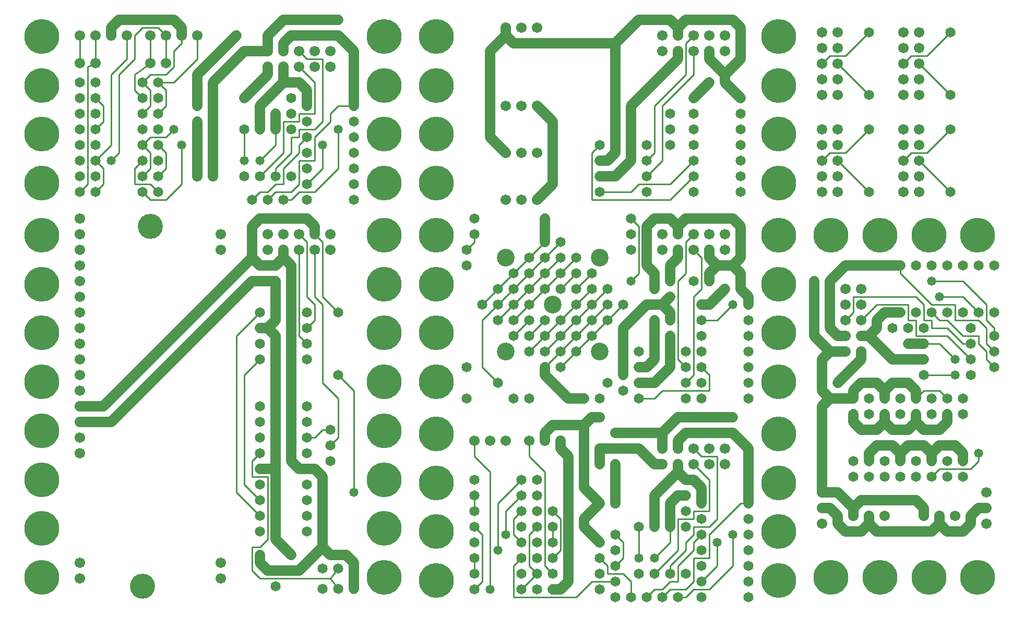
<source format=gbl>
%MOIN*%
%FSLAX25Y25*%
G04 D10 used for Character Trace; *
G04     Circle (OD=.01000) (No hole)*
G04 D11 used for Power Trace; *
G04     Circle (OD=.06500) (No hole)*
G04 D12 used for Signal Trace; *
G04     Circle (OD=.01100) (No hole)*
G04 D13 used for Via; *
G04     Circle (OD=.05800) (Round. Hole ID=.02800)*
G04 D14 used for Component hole; *
G04     Circle (OD=.06500) (Round. Hole ID=.03500)*
G04 D15 used for Component hole; *
G04     Circle (OD=.06700) (Round. Hole ID=.04300)*
G04 D16 used for Component hole; *
G04     Circle (OD=.08100) (Round. Hole ID=.05100)*
G04 D17 used for Component hole; *
G04     Circle (OD=.08900) (Round. Hole ID=.05900)*
G04 D18 used for Component hole; *
G04     Circle (OD=.11300) (Round. Hole ID=.08300)*
G04 D19 used for Component hole; *
G04     Circle (OD=.16000) (Round. Hole ID=.13000)*
G04 D20 used for Component hole; *
G04     Circle (OD=.18300) (Round. Hole ID=.15300)*
G04 D21 used for Component hole; *
G04     Circle (OD=.22291) (Round. Hole ID=.19291)*
%ADD10C,.01000*%
%ADD11C,.06500*%
%ADD12C,.01100*%
%ADD13C,.05800*%
%ADD14C,.06500*%
%ADD15C,.06700*%
%ADD16C,.08100*%
%ADD17C,.08900*%
%ADD18C,.11300*%
%ADD19C,.16000*%
%ADD20C,.18300*%
%ADD21C,.22291*%
%IPPOS*%
%LPD*%
G90*X0Y2000D02*D21*X15625Y17625D03*D15*           
X40000Y17000D03*Y27000D03*D21*X15625Y48875D03*    
Y80125D03*D19*X80000Y12000D03*D15*X40000Y97000D03*
Y107000D03*D21*X15625Y111375D03*D11*              
X40000Y117000D02*X60000D01*D15*X40000D03*         
Y127000D03*D11*X55000D01*X150000Y222000D01*       
Y242000D01*X155000Y247000D01*X185000D01*          
X190000Y242000D01*Y237000D01*D15*D03*D12*         
X195000Y232000D01*Y197000D01*X205000Y187000D01*   
D14*D03*D12*X190000Y197000D02*X195000Y192000D01*  
X190000Y227000D02*Y197000D01*D15*Y227000D03*D12*  
X180000Y237000D02*X185000Y232000D01*D15*          
X180000Y237000D03*D12*X185000Y232000D02*          
Y197000D01*X190000Y192000D01*Y182000D01*          
X185000Y177000D01*D14*D03*D12*X180000Y227000D02*  
Y172000D01*D15*Y227000D03*X170000Y237000D03*D11*  
Y222000D02*X175000Y217000D01*X165000D02*          
X170000Y222000D01*X155000Y217000D02*X165000D01*   
X150000Y222000D02*X155000Y217000D01*D15*          
X160000Y227000D03*D14*X165000Y207000D03*D11*      
X150000D01*X60000Y117000D01*D15*X40000Y137000D03* 
Y147000D03*Y157000D03*D21*X15625Y142625D03*D15*   
X40000Y167000D03*D21*X15625Y173875D03*D15*        
X40000Y177000D03*Y187000D03*D12*X140000Y172000D02*
Y72000D01*Y172000D02*X155000Y187000D01*D14*D03*   
D11*X160000Y177000D02*X165000Y182000D01*          
X155000Y177000D02*X160000D01*D14*X155000D03*D11*  
X160000D02*X165000Y172000D01*Y142000D01*D14*D03*  
D11*Y87000D01*X155000D01*D14*D03*D12*             
X150000Y82000D02*X160000D01*X150000Y92000D02*     
Y82000D01*Y92000D02*X155000Y97000D01*D14*D03*D11* 
X165000Y87000D02*Y42000D01*X175000Y32000D01*D14*  
D03*D11*X160000Y22000D02*X180000D01*              
X155000Y27000D02*X160000Y22000D01*                
X155000Y32000D02*Y27000D01*D14*Y32000D03*D12*     
X150000Y37000D02*Y22000D01*X155000Y17000D01*      
X200000D01*X205000Y10500D01*D14*D03*D12*          
X200000Y17000D02*X205000Y23500D01*D14*D03*        
X215000Y10500D03*D11*Y23500D01*D14*D03*D11*       
Y27000D01*X210000Y32000D01*X200000D01*            
X195000Y37000D01*X180000Y22000D01*                
X195000Y82000D02*Y37000D01*X190000Y87000D02*      
X195000Y82000D01*X185000Y87000D02*X190000D01*D14* 
X185000D03*D11*X180000D01*X175000Y92000D01*       
Y142000D01*D14*D03*D11*Y167000D01*D13*D03*D11*    
Y207000D01*D14*D03*D11*Y217000D01*                
X170000Y227000D02*Y222000D01*D15*Y227000D03*      
X160000Y237000D03*D11*X165000Y207000D02*          
Y182000D01*D12*X180000Y172000D02*                 
X185000Y167000D01*D14*D03*Y157000D03*             
X205000Y147000D03*D12*X215000Y137000D01*Y72000D01*
D13*D03*D21*X234375Y80125D03*D14*X200000Y92000D03*
D21*X234375Y48875D03*D14*X185000Y97000D03*        
Y77000D03*Y67000D03*X200000Y102000D03*D12*        
X205000Y107000D01*Y132000D01*X195000Y142000D01*   
Y192000D01*D14*X185000Y187000D03*D15*             
X200000Y227000D03*D21*X234375Y173875D03*          
Y205125D03*D14*X155000Y167000D03*Y157000D03*D12*  
X145000Y147000D01*Y77000D01*X155000Y67000D01*D14* 
D03*Y77000D03*Y57000D03*D12*X140000Y72000D01*     
X160000Y82000D02*Y42000D01*X155000Y37000D01*      
X150000D01*D14*X155000Y47000D03*D15*              
X130000Y17000D03*Y27000D03*D14*X165000Y12000D03*  
X185000Y47000D03*Y57000D03*X195000Y10500D03*      
Y23500D03*D12*X185000Y107000D02*X190000D01*D14*   
X185000D03*D12*X190000D02*X195000Y112000D01*      
X200000D01*D14*D03*X185000Y127000D03*Y117000D03*  
D21*X234375Y111375D03*Y142625D03*D14*             
X155000Y127000D03*Y117000D03*Y107000D03*D21*      
X234375Y17625D03*D15*X130000Y227000D03*D21*       
X234375Y236375D03*D15*X200000Y237000D03*          
X130000D03*D19*X85000Y242000D03*D15*              
X40000Y247000D03*Y237000D03*Y227000D03*Y217000D03*
Y207000D03*Y197000D03*D21*X15625Y236375D03*       
Y205125D03*G90*X2000Y0D02*X267625Y15625D03*       
Y46875D03*Y78125D03*Y109375D03*D14*               
X292000Y10000D03*D12*X297000Y15000D01*Y45000D01*  
X292000Y50000D01*D14*D03*Y60000D03*D12*Y70000D01* 
D14*D03*Y80000D03*D12*Y95000D02*X302000Y85000D01* 
X292000Y105000D02*Y95000D01*D15*Y105000D03*       
X302000D03*X312000D03*D12*X302000Y85000D02*       
Y10000D01*D13*D03*D14*X292000Y20000D03*D12*       
Y30000D01*D14*D03*Y40000D03*D13*X307000Y35000D03* 
D12*Y65000D01*X322000Y80000D01*D14*D03*           
X332000Y70000D03*Y80000D03*X322000Y70000D03*D12*  
X312000Y60000D01*Y45000D01*D13*D03*D12*           
X317000Y55000D02*Y45000D01*Y55000D02*             
X322000Y60000D01*D14*D03*X332000Y50000D03*D12*    
X327000Y45000D01*Y25000D01*X332000Y20000D01*D14*  
D03*D12*X322000Y10000D01*D14*D03*D12*             
X317000Y25000D02*Y5000D01*Y25000D02*              
X322000Y30000D01*D14*D03*X332000Y40000D03*        
Y30000D03*X322000Y40000D03*D12*X317000Y45000D01*  
D14*X322000Y50000D03*X332000Y60000D03*D12*        
X337000Y85000D02*Y25000D01*X327000Y95000D02*      
X337000Y85000D01*X327000Y105000D02*Y95000D01*D15* 
Y105000D03*X337000D03*D11*Y110000D01*             
X342000Y115000D01*X362000D01*Y75000D01*           
X372000Y65000D01*D15*D03*D11*X362000Y55000D01*    
Y50000D01*D14*D03*D11*X372000Y40000D01*D14*D03*   
X382000Y35000D03*X372000Y30000D03*D12*            
X377000Y25000D01*Y20000D01*X387000D01*            
X392000Y15000D01*Y5000D01*D14*D03*                
X382000Y15000D03*D12*X367000D01*X357000Y5000D01*  
X317000D01*D14*X322000Y20000D03*X332000Y10000D03* 
D12*X337000Y25000D02*X342000Y20000D01*D14*D03*D11*
X347000Y10000D02*X352000Y15000D01*                
X342000Y10000D02*X347000D01*D14*X342000D03*D11*   
X352000Y50000D02*Y15000D01*D14*Y50000D03*D11*     
Y95000D01*X347000Y100000D01*Y105000D01*D15*D03*   
D11*X362000Y115000D02*X367000Y120000D01*          
X372000D01*D15*D03*X382000Y110000D03*D11*         
X412000D01*Y100000D01*D15*D03*X422000Y90000D03*   
D11*Y85000D01*X407000Y70000D01*Y60000D01*D14*D03* 
D11*Y50000D01*D14*D03*D12*Y30000D02*              
X417000Y40000D01*D13*X407000Y30000D03*D14*        
X417000Y20000D03*D12*Y25000D01*X427000Y35000D01*  
Y40000D01*X432000Y45000D01*Y50000D01*X442000D01*  
X447000Y55000D01*Y95000D01*X437000D01*            
X432000Y100000D01*D15*D03*X442000Y90000D03*D11*   
X422000Y105000D02*Y100000D01*D15*D03*D11*         
Y105000D02*X427000Y110000D01*X457000D01*          
X467000Y100000D01*Y65000D01*D14*D03*D12*          
X462000D01*X442000Y45000D01*Y30000D01*X432000D01* 
Y15000D01*X427000Y10000D01*X417000D01*            
X412000Y5000D01*D14*D03*D12*X402000D02*           
X407000Y10000D01*D14*X402000Y5000D03*D12*         
X407000Y10000D02*X412000D01*X417000Y15000D01*     
X422000D01*Y25000D01*X432000Y35000D01*Y40000D01*  
X437000Y45000D01*D14*D03*D13*X447000Y40000D03*D12*
Y25000D01*X437000Y15000D01*D14*D03*D12*           
X432000Y10000D02*X442000D01*X427000Y5000D02*      
X432000Y10000D01*X422000Y5000D02*X427000D01*D14*  
X422000D03*X407000Y20000D03*D12*X422000Y35000D01* 
Y55000D01*X432000D01*Y60000D01*X442000D01*        
Y80000D01*X432000Y90000D01*D15*D03*               
X442000Y100000D03*D11*X422000Y85000D02*           
X427000Y80000D01*X432000D01*X437000Y75000D01*     
Y65000D01*D14*D03*X427000Y70000D03*D11*X422000D01*
X417000Y65000D01*Y60000D01*D14*D03*D11*Y50000D01* 
D14*D03*D12*Y40000D01*D14*X427000Y50000D03*       
X397000Y20000D03*X437000Y25000D03*                
X427000Y60000D03*X397000Y50000D03*D12*Y30000D01*  
D13*D03*D12*X382000Y45000D02*X387000Y40000D01*D14*
X382000Y45000D03*D12*X387000Y40000D02*Y30000D01*  
X382000Y25000D01*D14*D03*X372000Y20000D03*        
Y10000D03*X382000Y5000D03*D12*X342000Y60000D02*   
X347000Y55000D01*D14*X342000Y60000D03*D12*        
X347000Y55000D02*Y35000D01*X342000Y30000D01*D14*  
D03*Y40000D03*D12*Y50000D01*D14*D03*              
X382000Y90000D03*D11*Y65000D01*D15*D03*D11*       
X397000Y100000D02*X407000Y90000D01*               
X392000Y100000D02*X397000D01*D13*X392000D03*D11*  
X372000D01*D15*D03*D11*Y90000D01*D14*D03*D11*     
X407000D02*X412000D01*D15*D03*D11*Y110000D02*     
X422000Y120000D01*X457000D01*D13*D03*D15*         
X452000Y100000D03*D21*X486375Y109375D03*D15*      
X452000Y90000D03*D21*X486375Y78125D03*D14*        
X437000Y55000D03*X467000D03*D13*X457000Y45000D03* 
D12*Y25000D01*X442000Y10000D01*D14*               
X437000Y5000D03*X427000Y20000D03*X467000Y35000D03*
Y5000D03*Y15000D03*X437000Y35000D03*              
X467000Y25000D03*Y45000D03*D21*X486375Y15625D03*  
Y46875D03*G90*X0Y4000D02*D14*X215000Y259000D03*   
X185000D03*D12*X170000D02*X175000D01*D14*         
X170000D03*D12*X165000Y264000D02*X175000D01*      
X160000Y259000D02*X165000Y264000D01*D14*          
X160000Y259000D03*D12*X150000D02*                 
X155000Y264000D01*D14*X150000Y259000D03*D12*      
X155000Y264000D02*X160000D01*X165000Y269000D01*   
X170000D01*Y279000D01*X180000Y289000D01*          
Y294000D01*X185000Y299000D01*D14*D03*D12*         
X180000Y304000D02*X190000D01*X180000D02*          
Y299000D01*X175000D01*Y289000D01*                 
X165000Y279000D01*Y274000D01*D14*D03*D12*         
X175000Y264000D02*X180000Y269000D01*Y284000D01*   
X190000D01*Y299000D01*X200000Y309000D01*          
Y314000D01*X205000Y319000D01*X215000D01*D14*D03*  
D11*Y354000D01*X205000Y364000D01*X175000D01*      
X170000Y359000D01*Y354000D01*D15*D03*             
X180000Y344000D03*D12*X190000Y334000D01*          
Y314000D01*X180000D01*Y309000D01*X170000D01*      
Y289000D01*X155000Y274000D01*D14*D03*D13*         
X145000Y284000D03*D12*Y304000D01*D14*D03*         
X155000Y314000D03*D11*Y319000D01*                 
X170000Y334000D01*Y344000D01*D15*D03*D11*         
Y334000D02*X180000D01*D15*X160000Y344000D03*D11*  
Y339000D01*X145000Y324000D01*D13*D03*D11*         
X155000Y314000D02*Y304000D01*D14*D03*D12*         
Y284000D02*X165000Y294000D01*D13*                 
X155000Y284000D03*D12*X165000Y304000D02*          
Y294000D01*D14*Y304000D03*D11*Y314000D01*D14*D03* 
X175000Y304000D03*Y324000D03*Y314000D03*D11*      
X180000Y334000D02*X185000Y329000D01*Y319000D01*   
D14*D03*D12*X190000Y304000D02*X195000Y309000D01*  
Y349000D01*X185000D01*X180000Y354000D01*D15*D03*  
X190000Y344000D03*Y354000D03*X200000Y344000D03*   
D11*X160000Y364000D02*Y354000D01*D15*D03*D11*     
X145000D01*X125000Y334000D01*D14*D03*D11*         
Y314000D01*D14*D03*D11*Y274000D01*D15*D03*        
X115000D03*D11*Y309000D01*D14*D03*Y319000D03*D11* 
Y334000D01*D14*D03*D11*Y339000D01*                
X140000Y364000D01*D13*D03*D11*X160000D02*         
X170000Y374000D01*X205000D01*D13*D03*D15*         
X200000Y354000D03*D21*X234375Y363375D03*          
Y332125D03*D14*X185000Y309000D03*X215000D03*D13*  
X205000Y304000D03*D12*Y279000D01*                 
X190000Y264000D01*X180000D01*X175000Y259000D01*   
D14*X185000Y269000D03*D12*X195000Y279000D01*      
Y294000D01*D13*D03*D14*X185000Y289000D03*         
Y279000D03*X175000Y274000D03*X215000Y279000D03*   
Y289000D03*Y299000D03*Y269000D03*D21*             
X234375Y269625D03*Y300875D03*D14*                 
X145000Y274000D03*D15*X115000Y364000D03*D12*      
Y349000D01*X100000Y334000D01*X90000D01*D14*D03*   
D12*X95000Y329000D01*Y319000D01*X90000Y314000D01* 
D14*D03*D12*X80000D02*X85000Y319000D01*D14*       
X80000Y314000D03*D12*X85000Y329000D02*Y319000D01* 
X80000Y334000D02*X85000Y329000D01*D14*            
X80000Y334000D03*D12*X85000Y339000D01*X95000D01*  
X100000Y344000D01*Y354000D01*X105000Y359000D01*   
Y364000D01*D15*D03*D11*Y369000D01*                
X100000Y374000D01*X65000D01*X60000Y369000D01*     
Y364000D01*D15*D03*X70000D03*D12*Y349000D01*      
X60000Y339000D01*Y294000D01*X50000Y284000D01*D14* 
D03*D12*X55000Y279000D01*Y269000D01*              
X50000Y264000D01*D14*D03*D12*X40000D02*           
X45000Y269000D01*D14*X40000Y264000D03*D12*        
X45000Y344000D02*Y269000D01*Y344000D02*           
X50000Y346500D01*D15*D03*D12*Y364000D01*D15*D03*  
X40000D03*D12*Y346500D01*D15*D03*D14*Y334000D03*  
X50000D03*D21*X15625Y363375D03*D12*               
X65000Y339000D02*Y289000D01*X60000Y284000D01*D13* 
D03*D14*X50000Y294000D03*Y274000D03*D12*          
X75000Y279000D02*Y269000D01*Y279000D02*           
X80000Y284000D01*D14*D03*D12*Y274000D02*          
X85000Y279000D01*D14*X80000Y274000D03*D12*        
X75000Y269000D02*X85000D01*D14*X80000Y264000D03*  
D12*X85000Y259000D01*X95000D01*X105000Y269000D01* 
Y294000D01*D13*D03*D12*X85000Y299000D02*X95000D01*
X80000Y294000D02*X85000Y299000D01*D14*            
X80000Y294000D03*D12*X85000Y289000D01*Y279000D01* 
D14*X90000Y274000D03*D12*X95000Y279000D01*        
Y289000D01*X90000Y294000D01*D14*D03*D12*          
X95000Y299000D02*X100000Y304000D01*D13*D03*D14*   
X90000D03*X80000Y324000D03*D12*X75000Y329000D01*  
Y339000D01*X85000Y346500D01*D15*D03*D12*          
Y364000D01*D15*D03*D12*X80000Y369000D02*X90000D01*
X75000Y364000D02*X80000Y369000D01*                
X75000Y364000D02*Y349000D01*X65000Y339000D01*D14* 
X50000Y324000D03*D12*X55000Y319000D01*Y309000D01* 
X50000Y304000D01*D14*D03*X40000Y314000D03*        
Y294000D03*X50000Y314000D03*X40000Y304000D03*     
Y284000D03*Y324000D03*Y274000D03*X80000Y304000D03*
D12*X85000Y269000D02*X90000Y264000D01*D14*D03*    
Y284000D03*Y324000D03*D21*X15625Y332125D03*       
Y300875D03*Y269625D03*D15*X95000Y346500D03*D12*   
Y364000D01*D15*D03*D12*X90000Y369000D01*G90*      
X2000Y2000D02*D21*X267625Y142625D03*Y173875D03*   
Y205125D03*Y236375D03*D14*X287000Y132000D03*      
Y152000D03*Y217000D03*Y227000D03*D12*             
X292000Y232000D01*Y237000D01*D14*D03*Y247000D03*  
D18*X312000Y222000D03*D14*X317000Y212000D03*D12*  
X307000Y202000D01*D14*D03*D12*X297000Y192000D01*  
D14*D03*X307000Y182000D03*D12*X317000Y192000D01*  
D14*D03*D12*X327000Y202000D01*D14*D03*D12*        
X337000Y212000D01*D14*D03*D12*X347000Y222000D01*  
D14*D03*X357000Y212000D03*D12*X347000Y202000D01*  
D14*D03*X357000Y192000D03*D12*X347000Y182000D01*  
D14*D03*D12*X337000Y172000D01*D14*D03*D12*        
X327000Y162000D01*D14*D03*X337000Y152000D03*D11*  
Y147000D01*X352000Y132000D01*X362000D01*D14*D03*  
X372000D03*X377000Y142000D03*X347000Y152000D03*   
D12*X357000Y162000D01*D14*D03*D12*                
X367000Y172000D01*D14*D03*D12*X377000Y182000D01*  
D14*D03*D12*X387000Y192000D01*D14*D03*            
X377000Y202000D03*D12*X367000Y192000D01*D14*D03*  
D12*X357000Y182000D01*D14*D03*D12*                
X347000Y172000D01*D14*D03*D12*X337000Y162000D01*  
D14*D03*X327000Y172000D03*D12*X337000Y182000D01*  
D14*D03*X327000Y192000D03*D12*X317000Y182000D01*  
D14*D03*D12*X327000Y192000D02*X337000Y202000D01*  
D14*D03*D12*X347000Y212000D01*D14*D03*D12*        
X357000Y222000D01*D14*D03*X367000Y212000D03*D12*  
X357000Y202000D01*D14*D03*X367000D03*D12*         
X357000Y192000D01*D14*X367000Y182000D03*D12*      
X357000Y172000D01*D14*D03*D12*X347000Y162000D01*  
D14*D03*D12*X337000Y152000D01*D14*                
X317000Y172000D03*D12*X327000Y182000D01*D14*D03*  
D18*X342000Y192000D03*X312000Y162000D03*D14*      
X307000Y192000D03*D12*X297000Y182000D01*          
Y152000D01*X307000Y142000D01*D14*D03*             
X317000Y132000D03*X327000D03*D12*                 
X307000Y192000D02*X317000Y202000D01*D14*D03*D12*  
X327000Y212000D01*D14*D03*D12*X337000Y222000D01*  
D14*D03*D12*X347000Y232000D01*D14*D03*X337000D03* 
D12*X327000Y222000D01*D14*D03*D12*                
X317000Y212000D01*D11*X337000Y247000D02*          
Y232000D01*D13*Y247000D03*D18*X372000Y222000D03*  
D13*X392000Y207000D03*D12*X397000Y212000D01*      
Y242000D01*X392000Y247000D01*D14*D03*D11*         
X402000Y242000D02*Y217000D01*X407000Y212000D01*   
Y202000D01*D14*D03*X417000Y197000D03*D11*         
X412000Y192000D01*X402000D01*X387000Y177000D01*   
Y147000D01*D14*D03*X397000Y142000D03*D11*         
X407000D01*X417000Y152000D01*Y172000D01*D14*D03*  
X427000Y162000D03*X407000Y182000D03*D11*          
Y172000D01*D14*D03*D11*Y157000D01*                
X402000Y152000D01*X397000D01*D14*D03*Y162000D03*  
D12*X407000Y132000D02*X412000Y137000D01*          
X397000Y132000D02*X407000D01*D14*X397000D03*      
X387000Y137000D03*D12*X412000D02*X442000D01*      
Y147000D01*X437000Y152000D01*D14*D03*D12*         
X427000Y142000D02*X432000Y147000D01*D14*          
X427000Y142000D03*D12*X432000Y197000D02*          
Y147000D01*Y197000D02*X437000Y202000D01*          
Y222000D01*X432000Y227000D01*D15*D03*D12*         
X427000Y232000D02*Y212000D01*X422000Y207000D01*   
Y157000D01*X427000Y152000D01*D14*D03*             
X437000Y142000D03*Y162000D03*Y172000D03*          
X427000Y132000D03*X437000D03*D12*Y182000D02*      
X447000D01*D14*X437000D03*D11*Y192000D02*         
X442000D01*D14*X437000D03*D11*X442000D02*         
X452000Y202000D01*D14*D03*D11*X457000Y217000D02*  
X462000Y212000D01*X447000Y217000D02*X457000D01*   
X442000Y222000D02*X447000Y217000D01*              
X442000Y227000D02*Y222000D01*D15*Y227000D03*      
X452000Y237000D03*X432000D03*D12*                 
X427000Y232000D01*D15*X422000Y237000D03*D11*      
Y242000D01*X417000Y247000D01*X407000D01*          
X402000Y242000D01*D15*X412000Y237000D03*D14*      
X392000D03*Y227000D03*D15*X412000D03*D11*         
X417000Y217000D02*X422000Y222000D01*              
X417000Y217000D02*Y207000D01*D14*D03*D11*         
X422000Y227000D02*Y222000D01*D15*Y227000D03*D11*  
Y242000D02*X427000Y247000D01*X457000D01*          
X462000Y242000D01*Y222000D01*X457000Y217000D01*   
X462000Y212000D02*Y202000D01*D14*D03*D11*         
X467000Y197000D01*Y192000D01*D14*D03*D13*         
X457000D03*D12*X447000Y182000D01*D14*             
X467000Y162000D03*Y172000D03*Y182000D03*          
X442000Y207000D03*D11*Y212000D01*                 
X447000Y217000D01*D15*X452000Y227000D03*D14*      
X432000Y207000D03*D15*X442000Y237000D03*D11*      
X412000Y192000D02*X417000Y187000D01*Y182000D01*   
D14*D03*X377000Y192000D03*D12*X367000Y182000D01*  
D18*X372000Y162000D03*D14*X467000Y132000D03*      
Y142000D03*Y152000D03*D21*X486375Y142625D03*      
Y173875D03*Y205125D03*Y236375D03*G90*             
X2000Y4000D02*X267625Y269625D03*Y300875D03*D11*   
X302000Y354000D02*Y299000D01*Y354000D02*          
X312000Y364000D01*Y369000D01*D15*D03*D11*         
Y364000D02*X317000Y359000D01*X382000D01*          
Y304000D01*D14*D03*D11*Y289000D01*                
X377000Y284000D01*X372000D01*D14*D03*D12*         
X367000Y289000D02*Y259000D01*X417000D01*          
X432000Y274000D01*D14*D03*Y284000D03*D12*         
X417000Y269000D01*X397000D01*X392000Y264000D01*   
X372000D01*D14*D03*D11*Y274000D02*X382000D01*D14* 
X372000D03*D11*X382000D02*X392000Y284000D01*      
Y304000D01*D14*D03*D11*Y319000D01*                
X422000Y349000D01*Y354000D01*D15*D03*D12*         
X427000Y359000D02*Y339000D01*X407000Y319000D01*   
Y289000D01*X402000Y284000D01*D14*D03*D12*         
Y274000D02*X412000Y284000D01*D14*                 
X402000Y274000D03*D12*X412000Y319000D02*          
Y284000D01*Y319000D02*X432000Y339000D01*          
Y354000D01*D15*D03*D12*X427000Y359000D02*         
X432000Y364000D01*D15*D03*X442000Y354000D03*D11*  
Y349000D01*X452000Y339000D01*Y334000D01*D14*D03*  
D11*X462000Y324000D01*D14*D03*Y314000D03*D11*     
X452000Y339000D02*X462000Y349000D01*Y369000D01*   
X457000Y374000D01*X427000D01*X422000Y369000D01*   
X417000Y374000D01*X397000D01*X382000Y359000D01*   
D15*X412000Y354000D03*Y364000D03*X422000D03*D11*  
Y369000D01*D15*X442000Y364000D03*                 
X452000Y354000D03*Y364000D03*D14*                 
X442000Y334000D03*D11*X432000Y324000D01*D14*D03*  
Y314000D03*X417000D03*Y304000D03*X432000D03*      
X462000Y294000D03*X402000D03*X462000Y304000D03*   
X417000Y294000D03*X432000D03*X462000Y284000D03*   
Y274000D03*D21*X486375Y269625D03*Y300875D03*      
Y332125D03*Y363375D03*D14*X402000Y264000D03*      
X432000D03*X372000Y294000D03*D12*                 
X367000Y289000D01*D11*X332000Y319000D02*          
X342000Y309000D01*D15*X332000Y319000D03*D11*      
X342000Y309000D02*Y269000D01*X332000Y259000D01*   
D15*D03*X322000D03*X312000D03*X332000Y289000D03*  
X322000D03*X312000D03*D11*X302000Y299000D01*D15*  
X322000Y319000D03*X312000D03*D21*                 
X267625Y332125D03*Y363375D03*D15*                 
X332000Y369000D03*X322000D03*D14*                 
X462000Y264000D03*G90*X4000Y2000D02*D11*          
X519000Y162000D02*X509000Y172000D01*              
X514000Y157000D02*X519000Y162000D01*              
X514000Y137000D02*Y157000D01*X519000Y132000D02*   
X514000Y137000D01*Y127000D02*X519000Y132000D01*   
X514000Y72000D02*Y127000D01*D15*Y72000D03*D11*    
X524000D01*X534000Y62000D01*Y57000D01*D15*D03*D11*
Y62000D02*X539000Y67000D01*X574000D01*            
X579000Y62000D01*Y57000D01*D15*D03*D11*           
X584000Y47000D02*X589000Y52000D01*                
X549000Y47000D02*X584000D01*X549000D02*           
X544000Y52000D01*X539000Y47000D01*X529000D01*     
X524000Y52000D01*Y57000D01*X519000Y62000D01*      
X514000D01*D15*D03*Y52000D03*D14*X534000Y82000D03*
X544000Y92000D03*D11*Y97000D01*X549000Y102000D01* 
X559000D01*X564000Y97000D01*Y92000D01*D14*D03*D11*
Y97000D02*X569000Y102000D01*X579000D01*           
X584000Y97000D01*Y92000D01*D14*D03*D12*Y82000D02* 
X589000Y87000D01*D14*X584000Y82000D03*D12*        
X589000Y87000D02*X609000D01*X614000Y92000D01*     
Y97000D01*D13*D03*D11*X604000Y92000D02*Y97000D01* 
D14*Y92000D03*D11*Y97000D02*X599000Y102000D01*    
X589000D01*X584000Y97000D01*D14*X594000Y92000D03* 
X574000D03*D11*X559000Y112000D02*X569000D01*      
X559000D02*X554000Y117000D01*X549000Y112000D01*   
X539000D01*X534000Y117000D01*Y122000D01*D14*D03*  
X544000Y132000D03*Y122000D03*X534000Y132000D03*   
D11*X519000D01*D13*X524000Y142000D03*D11*         
X539000Y157000D01*Y162000D01*D15*D03*             
X529000Y172000D03*D11*X524000D01*                 
X519000Y177000D01*Y207000D01*X529000Y217000D01*   
X564000D01*D14*D03*D12*Y212000D01*                
X584000Y192000D01*X599000D01*Y182000D01*          
X614000D01*X619000Y177000D01*Y167000D01*          
X624000Y162000D01*D14*D03*D12*Y152000D02*         
X619000Y157000D01*D14*X624000Y152000D03*D12*      
X619000Y157000D02*Y162000D01*X614000Y167000D01*   
Y172000D01*X604000D01*X594000Y182000D01*          
X589000D01*X584000Y187000D01*D14*D03*D12*         
X579000Y182000D02*Y192000D01*Y182000D02*          
X584000D01*Y177000D01*X594000D01*                 
X604000Y167000D01*X609000D01*D14*D03*D13*         
X599000Y157000D03*D12*X589000Y167000D01*          
X579000D01*D14*D03*D11*X569000D01*D14*D03*D12*    
X574000Y172000D02*X594000D01*X609000Y157000D01*   
D14*D03*D13*X599000Y147000D03*D12*X579000D01*D14* 
D03*D12*X594000Y132000D02*X589000Y137000D01*D14*  
X594000Y132000D03*D12*X579000Y137000D02*          
X589000D01*X574000Y132000D02*X579000Y137000D01*   
D14*X574000Y132000D03*D11*Y137000D01*             
X569000Y142000D01*X559000D01*X554000Y137000D01*   
Y132000D01*D14*D03*D11*Y137000D02*                
X549000Y142000D01*X539000D01*X534000Y137000D01*   
Y132000D01*X554000Y117000D02*Y122000D01*D14*D03*  
X564000Y132000D03*Y122000D03*D11*                 
X569000Y112000D02*X574000Y117000D01*              
X579000Y112000D01*X589000D01*X594000Y117000D01*   
Y122000D01*D14*D03*X604000Y132000D03*X584000D03*  
X604000Y122000D03*X584000D03*X574000D03*D11*      
Y117000D01*D14*X554000Y92000D03*X544000Y82000D03* 
X554000D03*X564000D03*X574000D03*X594000D03*      
X609000Y147000D03*X604000Y82000D03*               
X579000Y157000D03*D11*X569000D01*D14*D03*D11*     
X559000D01*X544000Y172000D01*X539000D01*D15*D03*  
D11*X544000D02*X549000Y177000D01*Y182000D01*      
X554000Y187000D01*X564000D01*D14*D03*D12*         
X569000Y182000D02*X574000D01*Y172000D01*D14*      
X579000Y177000D03*X569000D03*D12*Y182000D02*      
Y192000D01*X549000D01*X539000Y182000D01*D15*D03*  
D12*X529000D02*X534000Y187000D01*D15*             
X529000Y182000D03*D12*X534000Y187000D02*          
Y197000D01*X574000D01*X579000Y192000D01*D14*      
X574000Y187000D03*D13*X589000Y197000D03*D12*      
X604000D01*X614000Y187000D01*D14*D03*D12*         
X624000Y177000D02*X619000Y182000D01*              
X624000Y172000D02*Y177000D01*D14*Y172000D03*D12*  
X619000Y182000D02*Y192000D01*X604000Y207000D01*   
X584000D01*D13*D03*D14*X594000Y217000D03*         
X574000D03*X584000D03*X604000Y187000D03*          
Y217000D03*X594000Y187000D03*D21*                 
X613375Y236375D03*D14*X559000Y177000D03*D21*      
X582125Y236375D03*D14*X614000Y217000D03*          
X609000Y177000D03*D21*X550875Y236375D03*D14*      
X624000Y187000D03*Y217000D03*D15*                 
X539000Y202000D03*Y192000D03*X529000Y202000D03*   
Y192000D03*Y162000D03*D11*X519000D01*             
X509000Y172000D02*Y207000D01*D13*D03*D21*         
X519625Y236375D03*D14*X534000Y92000D03*D15*       
X619000Y72000D03*D11*X609000Y57000D02*            
X614000Y62000D01*X609000Y52000D02*Y57000D01*      
X604000Y47000D02*X609000Y52000D01*                
X594000Y47000D02*X604000D01*X594000D02*           
X589000Y52000D01*Y57000D01*D15*D03*X599000D03*D11*
X614000Y62000D02*X619000D01*D15*D03*Y52000D03*D21*
X582125Y17625D03*X613375D03*D15*X554000Y57000D03* 
D21*X550875Y17625D03*D15*X544000Y57000D03*D11*    
Y52000D01*D21*X519625Y17625D03*G90*X4000Y4000D02* 
D15*X514000Y264000D03*Y274000D03*Y284000D03*D12*  
X519000Y289000D01*X529000D01*X544000Y304000D01*   
D14*D03*D15*X524000Y284000D03*D12*                
X544000Y264000D01*D14*D03*D15*X524000Y274000D03*  
Y264000D03*X514000Y294000D03*X524000D03*          
Y304000D03*X514000D03*G90*X4000Y1000D02*          
X514000Y326000D03*Y336000D03*Y346000D03*D12*      
X519000Y351000D01*X529000D01*X544000Y366000D01*   
D14*D03*D15*X524000Y346000D03*D12*                
X544000Y326000D01*D14*D03*D15*X524000Y336000D03*  
Y326000D03*X514000Y356000D03*X524000D03*          
Y366000D03*X514000D03*G90*X1000Y4000D02*          
X566000Y264000D03*Y274000D03*Y284000D03*D12*      
X571000Y289000D01*X581000D01*X596000Y304000D01*   
D14*D03*D15*X576000Y284000D03*D12*                
X596000Y264000D01*D14*D03*D15*X576000Y274000D03*  
Y264000D03*X566000Y294000D03*X576000D03*          
Y304000D03*X566000D03*G90*X1000Y1000D02*          
X566000Y326000D03*Y336000D03*Y346000D03*D12*      
X571000Y351000D01*X581000D01*X596000Y366000D01*   
D14*D03*D15*X576000Y346000D03*D12*                
X596000Y326000D01*D14*D03*D15*X576000Y336000D03*  
Y326000D03*X566000Y356000D03*X576000D03*          
Y366000D03*X566000D03*M02*                        

</source>
